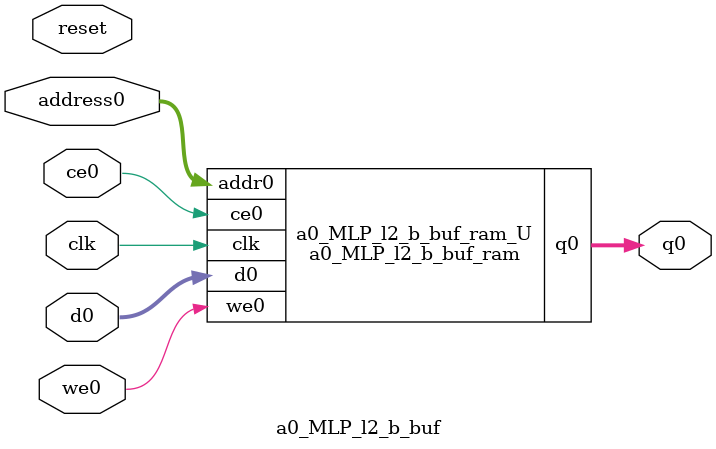
<source format=v>
`timescale 1 ns / 1 ps
module a0_MLP_l2_b_buf_ram (addr0, ce0, d0, we0, q0,  clk);

parameter DWIDTH = 8;
parameter AWIDTH = 4;
parameter MEM_SIZE = 10;

input[AWIDTH-1:0] addr0;
input ce0;
input[DWIDTH-1:0] d0;
input we0;
output reg[DWIDTH-1:0] q0;
input clk;

(* ram_style = "distributed" *)reg [DWIDTH-1:0] ram[0:MEM_SIZE-1];




always @(posedge clk)  
begin 
    if (ce0) 
    begin
        if (we0) 
        begin 
            ram[addr0] <= d0; 
        end 
        q0 <= ram[addr0];
    end
end


endmodule

`timescale 1 ns / 1 ps
module a0_MLP_l2_b_buf(
    reset,
    clk,
    address0,
    ce0,
    we0,
    d0,
    q0);

parameter DataWidth = 32'd8;
parameter AddressRange = 32'd10;
parameter AddressWidth = 32'd4;
input reset;
input clk;
input[AddressWidth - 1:0] address0;
input ce0;
input we0;
input[DataWidth - 1:0] d0;
output[DataWidth - 1:0] q0;



a0_MLP_l2_b_buf_ram a0_MLP_l2_b_buf_ram_U(
    .clk( clk ),
    .addr0( address0 ),
    .ce0( ce0 ),
    .we0( we0 ),
    .d0( d0 ),
    .q0( q0 ));

endmodule


</source>
